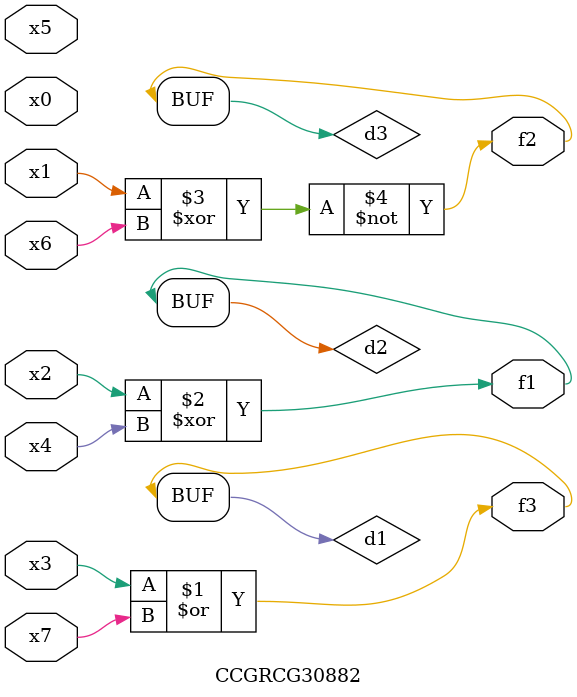
<source format=v>
module CCGRCG30882(
	input x0, x1, x2, x3, x4, x5, x6, x7,
	output f1, f2, f3
);

	wire d1, d2, d3;

	or (d1, x3, x7);
	xor (d2, x2, x4);
	xnor (d3, x1, x6);
	assign f1 = d2;
	assign f2 = d3;
	assign f3 = d1;
endmodule

</source>
